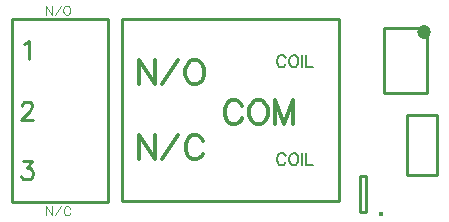
<source format=gbr>
G04 DipTrace 2.4.0.2*
%INTopSilk.gbr*%
%MOIN*%
%ADD10C,0.0098*%
%ADD24C,0.0472*%
%ADD26C,0.0154*%
%ADD52C,0.0124*%
%ADD53C,0.0046*%
%ADD54C,0.0062*%
%ADD55C,0.0093*%
%FSLAX44Y44*%
G04*
G70*
G90*
G75*
G01*
%LNTopSilk*%
%LPD*%
X18702Y7882D2*
D10*
X19702D1*
X18702Y9882D2*
Y7882D1*
Y9882D2*
X19702D1*
Y7882D1*
X9207Y13072D2*
X16412D1*
Y7009D1*
X9207D1*
Y13072D1*
X5534Y13094D2*
X8723D1*
Y6991D1*
X5534D1*
Y13094D1*
X17929Y12779D2*
X19370D1*
Y10606D1*
X17929D1*
Y12779D1*
D24*
X19264Y12661D3*
D26*
X17829Y6574D3*
X17327Y6666D2*
D10*
Y7847D1*
X17131D1*
Y6666D1*
X17327D1*
X6855Y13531D2*
D53*
Y13230D1*
X6654Y13531D1*
Y13230D1*
X6948D2*
X7149Y13531D1*
X7328D2*
X7299Y13517D1*
X7270Y13488D1*
X7256Y13460D1*
X7241Y13417D1*
Y13345D1*
X7256Y13302D1*
X7270Y13273D1*
X7299Y13245D1*
X7328Y13230D1*
X7385D1*
X7413Y13245D1*
X7442Y13273D1*
X7457Y13302D1*
X7471Y13345D1*
Y13417D1*
X7457Y13460D1*
X7442Y13488D1*
X7413Y13517D1*
X7385Y13531D1*
X7328D1*
X6865Y6841D2*
Y6540D1*
X6664Y6841D1*
Y6540D1*
X6958D2*
X7159Y6841D1*
X7467Y6770D2*
X7452Y6798D1*
X7423Y6827D1*
X7395Y6841D1*
X7338D1*
X7309Y6827D1*
X7280Y6798D1*
X7266Y6770D1*
X7251Y6727D1*
Y6655D1*
X7266Y6612D1*
X7280Y6583D1*
X7309Y6555D1*
X7338Y6540D1*
X7395D1*
X7423Y6555D1*
X7452Y6583D1*
X7467Y6612D1*
X13193Y10192D2*
D52*
X13155Y10268D1*
X13078Y10345D1*
X13002Y10383D1*
X12849D1*
X12772Y10345D1*
X12696Y10268D1*
X12657Y10192D1*
X12619Y10077D1*
Y9885D1*
X12657Y9771D1*
X12696Y9694D1*
X12772Y9618D1*
X12849Y9579D1*
X13002D1*
X13078Y9618D1*
X13155Y9694D1*
X13193Y9771D1*
X13670Y10383D2*
X13593Y10345D1*
X13517Y10268D1*
X13478Y10192D1*
X13440Y10077D1*
Y9885D1*
X13478Y9771D1*
X13517Y9694D1*
X13593Y9618D1*
X13670Y9579D1*
X13823D1*
X13899Y9618D1*
X13976Y9694D1*
X14014Y9771D1*
X14052Y9885D1*
Y10077D1*
X14014Y10192D1*
X13976Y10268D1*
X13899Y10345D1*
X13823Y10383D1*
X13670D1*
X14911Y9579D2*
Y10383D1*
X14605Y9579D1*
X14299Y10383D1*
Y9579D1*
X10289Y9213D2*
Y8410D1*
X9753Y9213D1*
Y8410D1*
X10536D2*
X11072Y9213D1*
X11893Y9022D2*
X11855Y9098D1*
X11778Y9175D1*
X11702Y9213D1*
X11549D1*
X11472Y9175D1*
X11396Y9098D1*
X11357Y9022D1*
X11319Y8907D1*
Y8716D1*
X11357Y8602D1*
X11396Y8525D1*
X11472Y8449D1*
X11549Y8410D1*
X11702D1*
X11778Y8449D1*
X11855Y8525D1*
X11893Y8602D1*
X10281Y11710D2*
Y10906D1*
X9745Y11710D1*
Y10906D1*
X10528D2*
X11064Y11709D1*
X11541Y11710D2*
X11464Y11672D1*
X11388Y11595D1*
X11349Y11519D1*
X11311Y11404D1*
Y11212D1*
X11349Y11098D1*
X11388Y11021D1*
X11464Y10945D1*
X11541Y10906D1*
X11694D1*
X11770Y10945D1*
X11847Y11021D1*
X11885Y11098D1*
X11923Y11212D1*
Y11404D1*
X11885Y11519D1*
X11847Y11595D1*
X11770Y11672D1*
X11694Y11710D1*
X11541D1*
X14647Y11789D2*
D54*
X14628Y11827D1*
X14589Y11866D1*
X14551Y11885D1*
X14475D1*
X14436Y11866D1*
X14398Y11827D1*
X14379Y11789D1*
X14360Y11732D1*
Y11636D1*
X14379Y11579D1*
X14398Y11540D1*
X14436Y11502D1*
X14475Y11483D1*
X14551D1*
X14589Y11502D1*
X14628Y11540D1*
X14647Y11579D1*
X14885Y11885D2*
X14847Y11866D1*
X14809Y11827D1*
X14789Y11789D1*
X14770Y11732D1*
Y11636D1*
X14789Y11579D1*
X14809Y11540D1*
X14847Y11502D1*
X14885Y11483D1*
X14962D1*
X15000Y11502D1*
X15038Y11540D1*
X15057Y11579D1*
X15076Y11636D1*
Y11732D1*
X15057Y11789D1*
X15038Y11827D1*
X15000Y11866D1*
X14962Y11885D1*
X14885D1*
X15200D2*
Y11483D1*
X15323Y11885D2*
Y11483D1*
X15553D1*
X14647Y8522D2*
X14628Y8560D1*
X14589Y8598D1*
X14551Y8617D1*
X14475D1*
X14436Y8598D1*
X14398Y8560D1*
X14379Y8522D1*
X14360Y8464D1*
Y8368D1*
X14379Y8311D1*
X14398Y8273D1*
X14436Y8235D1*
X14475Y8215D1*
X14551D1*
X14589Y8235D1*
X14628Y8273D1*
X14647Y8311D1*
X14885Y8617D2*
X14847Y8598D1*
X14809Y8560D1*
X14789Y8522D1*
X14770Y8464D1*
Y8368D1*
X14789Y8311D1*
X14809Y8273D1*
X14847Y8235D1*
X14885Y8215D1*
X14962D1*
X15000Y8235D1*
X15038Y8273D1*
X15057Y8311D1*
X15076Y8368D1*
Y8464D1*
X15057Y8522D1*
X15038Y8560D1*
X15000Y8598D1*
X14962Y8617D1*
X14885D1*
X15200D2*
Y8215D1*
X15323Y8617D2*
Y8215D1*
X15553D1*
X5943Y12251D2*
D55*
X6001Y12280D1*
X6087Y12366D1*
Y11764D1*
X5858Y10191D2*
Y10220D1*
X5887Y10277D1*
X5915Y10306D1*
X5973Y10334D1*
X6088D1*
X6145Y10306D1*
X6173Y10277D1*
X6202Y10220D1*
Y10163D1*
X6173Y10105D1*
X6116Y10019D1*
X5829Y9732D1*
X6231D1*
X5890Y8342D2*
X6205D1*
X6034Y8112D1*
X6120D1*
X6177Y8084D1*
X6205Y8055D1*
X6235Y7969D1*
Y7912D1*
X6205Y7826D1*
X6148Y7768D1*
X6062Y7740D1*
X5976D1*
X5890Y7768D1*
X5862Y7797D1*
X5833Y7854D1*
M02*

</source>
